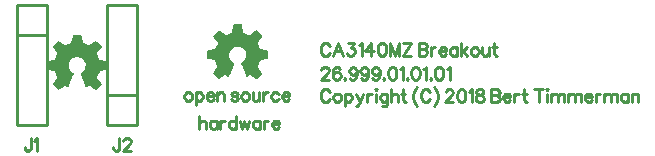
<source format=gto>
G04 start of page 8 for group -4079 idx -4079 *
G04 Title: 26.999.00.01.01.pcb, topsilk *
G04 Creator: pcb 4.1.2 *
G04 CreationDate: Sat Jul 28 20:24:34 2018 UTC *
G04 For: bert *
G04 Format: Gerber/RS-274X *
G04 PCB-Dimensions (mil): 2165.35 590.55 *
G04 PCB-Coordinate-Origin: lower left *
%MOIN*%
%FSLAX25Y25*%
%LNGTO*%
%ADD26C,0.0100*%
%ADD25C,0.0098*%
%ADD24C,0.0001*%
G54D24*G36*
X77225Y47737D02*X79802D01*
X79885Y47705D01*
X79932Y47629D01*
X79981Y47390D01*
X80025Y47168D01*
X80416Y45036D01*
X80463Y44948D01*
X80546Y44890D01*
X80649Y44846D01*
X81439Y44575D01*
X82189Y44217D01*
X82195D01*
X82282Y44179D01*
X82379Y44165D01*
X82477Y44196D01*
X84250Y45415D01*
X84441Y45540D01*
X84642Y45676D01*
X84728Y45701D01*
X84810Y45665D01*
X85141Y45335D01*
X85645Y44835D01*
X85803Y44672D01*
X86302Y44174D01*
X86464Y44017D01*
X86632Y43843D01*
X86671Y43758D01*
X86649Y43669D01*
X86513Y43468D01*
X86384Y43278D01*
X85195Y41542D01*
X85163Y41450D01*
X85178Y41353D01*
X85223Y41254D01*
X85906Y39648D01*
X85943Y39557D01*
X86006Y39479D01*
X86096Y39432D01*
X88135Y39051D01*
X88359Y39008D01*
X88602Y38965D01*
X88677Y38918D01*
X88706Y38835D01*
Y36258D01*
X88677Y36169D01*
X88602Y36122D01*
X88359Y36079D01*
X88135Y36036D01*
X86156Y35667D01*
X86068Y35619D01*
X86014Y35536D01*
X85986Y35476D01*
Y35465D01*
X85271Y33692D01*
X85266Y33680D01*
X85249Y33637D01*
X85232Y33536D01*
X85260Y33442D01*
X86389Y31810D01*
X86513Y31619D01*
X86654Y31418D01*
X86673Y31332D01*
X86632Y31250D01*
X86464Y31071D01*
X86302Y30914D01*
X84984Y29596D01*
X84810Y29428D01*
X84728Y29387D01*
X84642Y29405D01*
X84441Y29547D01*
X84250Y29671D01*
X82656Y30768D01*
X82557Y30797D01*
X82460Y30778D01*
X82129Y30594D01*
X81935Y30485D01*
X81588Y30307D01*
X81503Y30301D01*
X81441Y30361D01*
X81295Y30718D01*
X81207Y30925D01*
X79824Y34283D01*
X79736Y34489D01*
X79639Y34722D01*
X79635Y34817D01*
X79688Y34890D01*
X79911Y35021D01*
X80052Y35129D01*
X80588Y35575D01*
X81003Y36139D01*
X81270Y36798D01*
X81364Y37528D01*
X81306Y38103D01*
X81141Y38637D01*
X80878Y39122D01*
X80529Y39544D01*
X80109Y39893D01*
X79625Y40157D01*
X79091Y40322D01*
X78517Y40380D01*
X77942Y40322D01*
X77407Y40157D01*
X76924Y39893D01*
X76502Y39544D01*
X76154Y39122D01*
X75892Y38637D01*
X75727Y38103D01*
X75668Y37528D01*
X75761Y36798D01*
X76028Y36139D01*
X76442Y35575D01*
X76981Y35129D01*
X77117Y35021D01*
X77339Y34890D01*
X77393Y34817D01*
X77388Y34722D01*
X77291Y34489D01*
X77203Y34283D01*
X75820Y30925D01*
X75734Y30718D01*
X75586Y30361D01*
X75525Y30301D01*
X75441Y30307D01*
X75099Y30485D01*
X74898Y30594D01*
X74567Y30778D01*
X74468Y30797D01*
X74371Y30768D01*
X72777Y29671D01*
X72592Y29547D01*
X72386Y29405D01*
X72299Y29387D01*
X72217Y29428D01*
X72043Y29596D01*
X71886Y29758D01*
X71388Y30257D01*
X71225Y30415D01*
X70725Y30914D01*
X70563Y31071D01*
X70395Y31250D01*
X70356Y31332D01*
X70378Y31418D01*
X70514Y31619D01*
X70645Y31810D01*
X71767Y33442D01*
X71795Y33536D01*
X71778Y33637D01*
X71756Y33697D01*
X71046Y35471D01*
X71013Y35536D01*
X70959Y35619D01*
X70873Y35667D01*
X68892Y36036D01*
X68670Y36079D01*
X68431Y36122D01*
X68352Y36172D01*
X68323Y36258D01*
Y38835D01*
X68352Y38918D01*
X68431Y38965D01*
X68670Y39014D01*
X68892Y39051D01*
X70932Y39432D01*
X71021Y39479D01*
X71084Y39562D01*
X71121Y39648D01*
X71810Y41254D01*
X71849Y41353D01*
X71866Y41450D01*
X71838Y41542D01*
X70645Y43283D01*
X70514Y43468D01*
X70378Y43669D01*
X70356Y43758D01*
X70395Y43843D01*
X70563Y44017D01*
X70725Y44174D01*
X72217Y45665D01*
X72299Y45701D01*
X72386Y45682D01*
X72592Y45546D01*
X72777Y45415D01*
X74550Y44196D01*
X74648Y44167D01*
X74746Y44185D01*
X74832Y44217D01*
X74843Y44222D01*
X75589Y44576D01*
X76379Y44851D01*
X76482Y44890D01*
X76566Y44948D01*
X76611Y45036D01*
X77009Y47168D01*
X77046Y47390D01*
X77095Y47629D01*
X77142Y47705D01*
X77225Y47737D01*
G37*
G36*
X23725Y44237D02*X26302D01*
X26385Y44205D01*
X26432Y44129D01*
X26481Y43890D01*
X26525Y43668D01*
X26916Y41536D01*
X26963Y41448D01*
X27046Y41390D01*
X27149Y41346D01*
X27939Y41075D01*
X28689Y40717D01*
X28695D01*
X28782Y40679D01*
X28879Y40665D01*
X28977Y40696D01*
X30750Y41915D01*
X30941Y42040D01*
X31142Y42176D01*
X31228Y42201D01*
X31310Y42165D01*
X31641Y41835D01*
X32145Y41335D01*
X32303Y41172D01*
X32802Y40674D01*
X32964Y40517D01*
X33132Y40343D01*
X33171Y40258D01*
X33149Y40169D01*
X33013Y39968D01*
X32884Y39778D01*
X31695Y38042D01*
X31663Y37950D01*
X31678Y37853D01*
X31723Y37754D01*
X32406Y36148D01*
X32443Y36057D01*
X32506Y35979D01*
X32596Y35932D01*
X34635Y35551D01*
X34859Y35508D01*
X35102Y35465D01*
X35177Y35418D01*
X35206Y35335D01*
Y32758D01*
X35177Y32669D01*
X35102Y32622D01*
X34859Y32579D01*
X34635Y32536D01*
X32656Y32167D01*
X32568Y32119D01*
X32514Y32036D01*
X32486Y31976D01*
Y31965D01*
X31771Y30192D01*
X31766Y30180D01*
X31749Y30137D01*
X31732Y30036D01*
X31760Y29942D01*
X32889Y28310D01*
X33013Y28119D01*
X33154Y27918D01*
X33173Y27832D01*
X33132Y27750D01*
X32964Y27571D01*
X32802Y27414D01*
X31484Y26096D01*
X31310Y25928D01*
X31228Y25887D01*
X31142Y25905D01*
X30941Y26047D01*
X30750Y26171D01*
X29156Y27268D01*
X29057Y27297D01*
X28960Y27278D01*
X28629Y27094D01*
X28435Y26985D01*
X28088Y26807D01*
X28003Y26801D01*
X27941Y26861D01*
X27795Y27218D01*
X27707Y27425D01*
X26324Y30783D01*
X26236Y30989D01*
X26139Y31222D01*
X26135Y31317D01*
X26188Y31390D01*
X26411Y31521D01*
X26552Y31629D01*
X27088Y32075D01*
X27503Y32639D01*
X27770Y33298D01*
X27864Y34028D01*
X27806Y34603D01*
X27641Y35137D01*
X27378Y35622D01*
X27029Y36044D01*
X26609Y36393D01*
X26125Y36657D01*
X25591Y36822D01*
X25017Y36880D01*
X24442Y36822D01*
X23907Y36657D01*
X23424Y36393D01*
X23002Y36044D01*
X22654Y35622D01*
X22392Y35137D01*
X22227Y34603D01*
X22168Y34028D01*
X22261Y33298D01*
X22528Y32639D01*
X22942Y32075D01*
X23481Y31629D01*
X23617Y31521D01*
X23839Y31390D01*
X23893Y31317D01*
X23888Y31222D01*
X23791Y30989D01*
X23703Y30783D01*
X22320Y27425D01*
X22234Y27218D01*
X22086Y26861D01*
X22025Y26801D01*
X21941Y26807D01*
X21599Y26985D01*
X21398Y27094D01*
X21067Y27278D01*
X20968Y27297D01*
X20871Y27268D01*
X19277Y26171D01*
X19092Y26047D01*
X18886Y25905D01*
X18799Y25887D01*
X18717Y25928D01*
X18543Y26096D01*
X18386Y26258D01*
X17888Y26757D01*
X17725Y26915D01*
X17225Y27414D01*
X17063Y27571D01*
X16895Y27750D01*
X16856Y27832D01*
X16878Y27918D01*
X17014Y28119D01*
X17145Y28310D01*
X18267Y29942D01*
X18295Y30036D01*
X18278Y30137D01*
X18256Y30197D01*
X17546Y31971D01*
X17513Y32036D01*
X17459Y32119D01*
X17373Y32167D01*
X15392Y32536D01*
X15170Y32579D01*
X14931Y32622D01*
X14852Y32672D01*
X14823Y32758D01*
Y35335D01*
X14852Y35418D01*
X14931Y35465D01*
X15170Y35514D01*
X15392Y35551D01*
X17432Y35932D01*
X17521Y35979D01*
X17584Y36062D01*
X17621Y36148D01*
X18310Y37754D01*
X18349Y37853D01*
X18366Y37950D01*
X18338Y38042D01*
X17145Y39783D01*
X17014Y39968D01*
X16878Y40169D01*
X16856Y40258D01*
X16895Y40343D01*
X17063Y40517D01*
X17225Y40674D01*
X18717Y42165D01*
X18799Y42201D01*
X18886Y42182D01*
X19092Y42046D01*
X19277Y41915D01*
X21050Y40696D01*
X21148Y40667D01*
X21246Y40685D01*
X21332Y40717D01*
X21343Y40722D01*
X22089Y41076D01*
X22879Y41351D01*
X22982Y41390D01*
X23066Y41448D01*
X23111Y41536D01*
X23509Y43668D01*
X23546Y43890D01*
X23595Y44129D01*
X23642Y44205D01*
X23725Y44237D01*
G37*
G54D25*X61748Y25123D02*X61348Y24923D01*
X60948Y24523D01*
X60748Y23923D01*
Y23523D01*
X60948Y22923D01*
X61348Y22523D01*
X61748Y22323D01*
X62348D01*
X62748Y22523D01*
X63148Y22923D01*
X63348Y23523D01*
Y23923D02*Y23523D01*
Y23923D02*X63148Y24523D01*
X62748Y24923D01*
X62348Y25123D01*
X61748D02*X62348D01*
X64548D02*Y20923D01*
Y24523D02*X64948Y24923D01*
X65348Y25123D01*
X65948D01*
X66348Y24923D01*
X66748Y24523D01*
X66948Y23923D01*
Y23523D01*
X66748Y22923D01*
X66348Y22523D01*
X65948Y22323D01*
X65348D02*X65948D01*
X65348D02*X64948Y22523D01*
X64548Y22923D01*
X68148Y23923D02*X70548D01*
Y24323D02*Y23923D01*
Y24323D02*X70348Y24723D01*
X70148Y24923D01*
X69748Y25123D01*
X69148D02*X69748D01*
X69148D02*X68748Y24923D01*
X68348Y24523D01*
X68148Y23923D01*
Y23523D01*
X68348Y22923D01*
X68748Y22523D01*
X69148Y22323D01*
X69748D01*
X70148Y22523D01*
X70548Y22923D01*
X71748Y25123D02*Y22323D01*
Y24323D02*X72348Y24923D01*
X72748Y25123D01*
X73348D01*
X73748Y24923D01*
X73948Y24323D01*
Y22323D01*
X78548Y24523D02*X78348Y24923D01*
X77748Y25123D01*
X77148D02*X77748D01*
X77148D02*X76548Y24923D01*
X76348Y24523D01*
X76548Y24123D01*
X76948Y23923D01*
X77948Y23723D01*
X78348Y23523D01*
X78548Y23123D01*
Y22923D01*
X78348Y22523D01*
X77748Y22323D01*
X77148D02*X77748D01*
X77148D02*X76548Y22523D01*
X76348Y22923D01*
X80748Y25123D02*X80348Y24923D01*
X79948Y24523D01*
X79748Y23923D01*
Y23523D01*
X79948Y22923D01*
X80348Y22523D01*
X80748Y22323D01*
X81348D01*
X81748Y22523D01*
X82148Y22923D01*
X82348Y23523D01*
Y23923D02*Y23523D01*
Y23923D02*X82148Y24523D01*
X81748Y24923D01*
X81348Y25123D01*
X80748D02*X81348D01*
X83548D02*Y23123D01*
X83748Y22523D01*
X84148Y22323D01*
X84748D01*
X85148Y22523D01*
X85748Y23123D01*
Y25123D02*Y22323D01*
X86948Y25123D02*Y22323D01*
Y23923D02*X87148Y24523D01*
X87548Y24923D01*
X87948Y25123D01*
X88548D01*
X92148Y24523D02*X91748Y24923D01*
X91348Y25123D01*
X90748D02*X91348D01*
X90748D02*X90348Y24923D01*
X89948Y24523D01*
X89748Y23923D01*
Y23523D01*
X89948Y22923D01*
X90348Y22523D01*
X90748Y22323D01*
X91348D01*
X91748Y22523D01*
X92148Y22923D01*
X93348Y23923D02*X95748D01*
Y24323D02*Y23923D01*
Y24323D02*X95548Y24723D01*
X95348Y24923D01*
X94948Y25123D01*
X94348D02*X94948D01*
X94348D02*X93948Y24923D01*
X93548Y24523D01*
X93348Y23923D01*
Y23523D01*
X93548Y22923D01*
X93948Y22523D01*
X94348Y22323D01*
X94948D01*
X95348Y22523D01*
X95748Y22923D01*
X65748Y17023D02*Y12823D01*
Y14823D02*X66348Y15423D01*
X66748Y15623D01*
X67348D01*
X67748Y15423D01*
X67948Y14823D01*
Y12823D01*
X71548Y15623D02*Y12823D01*
Y15023D02*X71148Y15423D01*
X70748Y15623D01*
X70148D02*X70748D01*
X70148D02*X69748Y15423D01*
X69348Y15023D01*
X69148Y14423D01*
Y14023D01*
X69348Y13423D01*
X69748Y13023D01*
X70148Y12823D01*
X70748D01*
X71148Y13023D01*
X71548Y13423D01*
X72748Y15623D02*Y12823D01*
Y14423D02*X72948Y15023D01*
X73348Y15423D01*
X73748Y15623D01*
X74348D01*
X77948Y17023D02*Y12823D01*
Y15023D02*X77548Y15423D01*
X77148Y15623D01*
X76548D02*X77148D01*
X76548D02*X76148Y15423D01*
X75748Y15023D01*
X75548Y14423D01*
Y14023D01*
X75748Y13423D01*
X76148Y13023D01*
X76548Y12823D01*
X77148D01*
X77548Y13023D01*
X77948Y13423D01*
X79148Y15623D02*X79948Y12823D01*
X80748Y15623D02*X79948Y12823D01*
X80748Y15623D02*X81548Y12823D01*
X82348Y15623D02*X81548Y12823D01*
X85948Y15623D02*Y12823D01*
Y15023D02*X85548Y15423D01*
X85148Y15623D01*
X84548D02*X85148D01*
X84548D02*X84148Y15423D01*
X83748Y15023D01*
X83548Y14423D01*
Y14023D01*
X83748Y13423D01*
X84148Y13023D01*
X84548Y12823D01*
X85148D01*
X85548Y13023D01*
X85948Y13423D01*
X87148Y15623D02*Y12823D01*
Y14423D02*X87348Y15023D01*
X87748Y15423D01*
X88148Y15623D01*
X88748D01*
X89948Y14423D02*X92348D01*
Y14823D02*Y14423D01*
Y14823D02*X92148Y15223D01*
X91948Y15423D01*
X91548Y15623D01*
X90948D02*X91548D01*
X90948D02*X90548Y15423D01*
X90148Y15023D01*
X89948Y14423D01*
Y14023D01*
X90148Y13423D01*
X90548Y13023D01*
X90948Y12823D01*
X91548D01*
X91948Y13023D01*
X92348Y13423D01*
X109248Y40523D02*X109048Y40923D01*
X108648Y41323D01*
X108248Y41523D01*
X107448D02*X108248D01*
X107448D02*X107048Y41323D01*
X106648Y40923D01*
X106448Y40523D01*
X106248Y39923D01*
Y38923D01*
X106448Y38323D01*
X106648Y37923D01*
X107048Y37523D01*
X107448Y37323D01*
X108248D01*
X108648Y37523D01*
X109048Y37923D01*
X109248Y38323D01*
X112048Y41523D02*X110448Y37323D01*
X112048Y41523D02*X113648Y37323D01*
X111048Y38723D02*X113048D01*
X115248Y41523D02*X117448D01*
X116248Y39923D01*
X116848D01*
X117248Y39723D01*
X117448Y39523D01*
X117648Y38923D01*
Y38523D01*
X117448Y37923D01*
X117048Y37523D01*
X116448Y37323D01*
X115848D02*X116448D01*
X115848D02*X115248Y37523D01*
X115048Y37723D01*
X114848Y38123D01*
X118848Y40723D02*X119248Y40923D01*
X119848Y41523D01*
Y37323D01*
X123048Y41523D02*X121048Y38723D01*
X124048D01*
X123048Y41523D02*Y37323D01*
X126448Y41523D02*X125848Y41323D01*
X125448Y40723D01*
X125248Y39723D01*
Y39123D01*
X125448Y38123D01*
X125848Y37523D01*
X126448Y37323D01*
X126848D01*
X127448Y37523D01*
X127848Y38123D01*
X128048Y39123D01*
Y39723D02*Y39123D01*
Y39723D02*X127848Y40723D01*
X127448Y41323D01*
X126848Y41523D01*
X126448D02*X126848D01*
X129248D02*Y37323D01*
Y41523D02*X130848Y37323D01*
X132448Y41523D02*X130848Y37323D01*
X132448Y41523D02*Y37323D01*
X136448Y41523D02*X133648Y37323D01*
Y41523D02*X136448D01*
X133648Y37323D02*X136448D01*
X138848Y41523D02*Y37323D01*
Y41523D02*X140648D01*
X141248Y41323D01*
X141448Y41123D01*
X141648Y40723D01*
Y40323D01*
X141448Y39923D01*
X141248Y39723D01*
X140648Y39523D01*
X138848D02*X140648D01*
X141248Y39323D01*
X141448Y39123D01*
X141648Y38723D01*
Y38123D01*
X141448Y37723D01*
X141248Y37523D01*
X140648Y37323D01*
X138848D02*X140648D01*
X142848Y40123D02*Y37323D01*
Y38923D02*X143048Y39523D01*
X143448Y39923D01*
X143848Y40123D01*
X144448D01*
X145648Y38923D02*X148048D01*
Y39323D02*Y38923D01*
Y39323D02*X147848Y39723D01*
X147648Y39923D01*
X147248Y40123D01*
X146648D02*X147248D01*
X146648D02*X146248Y39923D01*
X145848Y39523D01*
X145648Y38923D01*
Y38523D01*
X145848Y37923D01*
X146248Y37523D01*
X146648Y37323D01*
X147248D01*
X147648Y37523D01*
X148048Y37923D01*
X151648Y40123D02*Y37323D01*
Y39523D02*X151248Y39923D01*
X150848Y40123D01*
X150248D02*X150848D01*
X150248D02*X149848Y39923D01*
X149448Y39523D01*
X149248Y38923D01*
Y38523D01*
X149448Y37923D01*
X149848Y37523D01*
X150248Y37323D01*
X150848D01*
X151248Y37523D01*
X151648Y37923D01*
X152848Y41523D02*Y37323D01*
X154848Y40123D02*X152848Y38123D01*
X153648Y38923D02*X155048Y37323D01*
X157248Y40123D02*X156848Y39923D01*
X156448Y39523D01*
X156248Y38923D01*
Y38523D01*
X156448Y37923D01*
X156848Y37523D01*
X157248Y37323D01*
X157848D01*
X158248Y37523D01*
X158648Y37923D01*
X158848Y38523D01*
Y38923D02*Y38523D01*
Y38923D02*X158648Y39523D01*
X158248Y39923D01*
X157848Y40123D01*
X157248D02*X157848D01*
X160048D02*Y38123D01*
X160248Y37523D01*
X160648Y37323D01*
X161248D01*
X161648Y37523D01*
X162248Y38123D01*
Y40123D02*Y37323D01*
X164048Y41523D02*Y38123D01*
X164248Y37523D01*
X164648Y37323D01*
X165048D01*
X163448Y40123D02*X164848D01*
X109248Y25023D02*X109048Y25423D01*
X108648Y25823D01*
X108248Y26023D01*
X107448D02*X108248D01*
X107448D02*X107048Y25823D01*
X106648Y25423D01*
X106448Y25023D01*
X106248Y24423D01*
Y23423D01*
X106448Y22823D01*
X106648Y22423D01*
X107048Y22023D01*
X107448Y21823D01*
X108248D01*
X108648Y22023D01*
X109048Y22423D01*
X109248Y22823D01*
X111448Y24623D02*X111048Y24423D01*
X110648Y24023D01*
X110448Y23423D01*
Y23023D01*
X110648Y22423D01*
X111048Y22023D01*
X111448Y21823D01*
X112048D01*
X112448Y22023D01*
X112848Y22423D01*
X113048Y23023D01*
Y23423D02*Y23023D01*
Y23423D02*X112848Y24023D01*
X112448Y24423D01*
X112048Y24623D01*
X111448D02*X112048D01*
X114248D02*Y20423D01*
Y24023D02*X114648Y24423D01*
X115048Y24623D01*
X115648D01*
X116048Y24423D01*
X116448Y24023D01*
X116648Y23423D01*
Y23023D01*
X116448Y22423D01*
X116048Y22023D01*
X115648Y21823D01*
X115048D02*X115648D01*
X115048D02*X114648Y22023D01*
X114248Y22423D01*
X118048Y24623D02*X119248Y21823D01*
X120448Y24623D02*X119248Y21823D01*
X118848Y21023D01*
X118448Y20623D01*
X118048Y20423D01*
X117848D02*X118048D01*
X121648Y24623D02*Y21823D01*
Y23423D02*X121848Y24023D01*
X122248Y24423D01*
X122648Y24623D01*
X123248D01*
X124448Y26023D02*X124648Y25823D01*
X124848Y26023D01*
X124648Y26223D01*
X124448Y26023D01*
X124648Y24623D02*Y21823D01*
X128448Y24623D02*Y21423D01*
X128248Y20823D01*
X128048Y20623D01*
X127648Y20423D01*
X127048D02*X127648D01*
X127048D02*X126648Y20623D01*
X128448Y24023D02*X128048Y24423D01*
X127648Y24623D01*
X127048D02*X127648D01*
X127048D02*X126648Y24423D01*
X126248Y24023D01*
X126048Y23423D01*
Y23023D01*
X126248Y22423D01*
X126648Y22023D01*
X127048Y21823D01*
X127648D01*
X128048Y22023D01*
X128448Y22423D01*
X129648Y26023D02*Y21823D01*
Y23823D02*X130248Y24423D01*
X130648Y24623D01*
X131248D01*
X131648Y24423D01*
X131848Y23823D01*
Y21823D01*
X133648Y26023D02*Y22623D01*
X133848Y22023D01*
X134248Y21823D01*
X134648D01*
X133048Y24623D02*X134448D01*
X138448Y26823D02*X138048Y26423D01*
X137648Y25823D01*
X137248Y25023D01*
X137048Y24023D01*
Y23223D01*
X137248Y22223D01*
X137648Y21423D01*
X138048Y20823D01*
X138448Y20423D01*
X142648Y25023D02*X142448Y25423D01*
X142048Y25823D01*
X141648Y26023D01*
X140848D02*X141648D01*
X140848D02*X140448Y25823D01*
X140048Y25423D01*
X139848Y25023D01*
X139648Y24423D01*
Y23423D01*
X139848Y22823D01*
X140048Y22423D01*
X140448Y22023D01*
X140848Y21823D01*
X141648D01*
X142048Y22023D01*
X142448Y22423D01*
X142648Y22823D01*
X143848Y26823D02*X144248Y26423D01*
X144648Y25823D01*
X145048Y25023D01*
X145248Y24023D01*
Y23223D01*
X145048Y22223D01*
X144648Y21423D01*
X144248Y20823D01*
X143848Y20423D01*
X147848Y25223D02*Y25023D01*
Y25223D02*X148048Y25623D01*
X148248Y25823D01*
X148648Y26023D01*
X149448D01*
X149848Y25823D01*
X150048Y25623D01*
X150248Y25223D01*
Y24823D01*
X150048Y24423D01*
X149648Y23823D01*
X147648Y21823D01*
X150448D01*
X152848Y26023D02*X152248Y25823D01*
X151848Y25223D01*
X151648Y24223D01*
Y23623D01*
X151848Y22623D01*
X152248Y22023D01*
X152848Y21823D01*
X153248D01*
X153848Y22023D01*
X154248Y22623D01*
X154448Y23623D01*
Y24223D02*Y23623D01*
Y24223D02*X154248Y25223D01*
X153848Y25823D01*
X153248Y26023D01*
X152848D02*X153248D01*
X155648Y25223D02*X156048Y25423D01*
X156648Y26023D01*
Y21823D01*
X158848Y26023D02*X158248Y25823D01*
X158048Y25423D01*
Y25023D01*
X158248Y24623D01*
X158648Y24423D01*
X159448Y24223D01*
X160048Y24023D01*
X160448Y23623D01*
X160648Y23223D01*
Y22623D01*
X160448Y22223D01*
X160248Y22023D01*
X159648Y21823D01*
X158848D02*X159648D01*
X158848D02*X158248Y22023D01*
X158048Y22223D01*
X157848Y22623D01*
Y23223D02*Y22623D01*
Y23223D02*X158048Y23623D01*
X158448Y24023D01*
X159048Y24223D01*
X159848Y24423D01*
X160248Y24623D01*
X160448Y25023D01*
Y25423D02*Y25023D01*
Y25423D02*X160248Y25823D01*
X159648Y26023D01*
X158848D02*X159648D01*
X163048D02*Y21823D01*
Y26023D02*X164848D01*
X165448Y25823D01*
X165648Y25623D01*
X165848Y25223D01*
Y24823D01*
X165648Y24423D01*
X165448Y24223D01*
X164848Y24023D01*
X163048D02*X164848D01*
X165448Y23823D01*
X165648Y23623D01*
X165848Y23223D01*
Y22623D01*
X165648Y22223D01*
X165448Y22023D01*
X164848Y21823D01*
X163048D02*X164848D01*
X167048Y23423D02*X169448D01*
Y23823D02*Y23423D01*
Y23823D02*X169248Y24223D01*
X169048Y24423D01*
X168648Y24623D01*
X168048D02*X168648D01*
X168048D02*X167648Y24423D01*
X167248Y24023D01*
X167048Y23423D01*
Y23023D01*
X167248Y22423D01*
X167648Y22023D01*
X168048Y21823D01*
X168648D01*
X169048Y22023D01*
X169448Y22423D01*
X170648Y24623D02*Y21823D01*
Y23423D02*X170848Y24023D01*
X171248Y24423D01*
X171648Y24623D01*
X172248D01*
X174048Y26023D02*Y22623D01*
X174248Y22023D01*
X174648Y21823D01*
X175048D01*
X173448Y24623D02*X174848D01*
X178848Y26023D02*Y21823D01*
X177448Y26023D02*X180248D01*
X181448D02*X181648Y25823D01*
X181848Y26023D01*
X181648Y26223D01*
X181448Y26023D01*
X181648Y24623D02*Y21823D01*
X183048Y24623D02*Y21823D01*
Y23823D02*X183648Y24423D01*
X184048Y24623D01*
X184648D01*
X185048Y24423D01*
X185248Y23823D01*
Y21823D01*
Y23823D02*X185848Y24423D01*
X186248Y24623D01*
X186848D01*
X187248Y24423D01*
X187448Y23823D01*
Y21823D01*
X188648Y24623D02*Y21823D01*
Y23823D02*X189248Y24423D01*
X189648Y24623D01*
X190248D01*
X190648Y24423D01*
X190848Y23823D01*
Y21823D01*
Y23823D02*X191448Y24423D01*
X191848Y24623D01*
X192448D01*
X192848Y24423D01*
X193048Y23823D01*
Y21823D01*
X194248Y23423D02*X196648D01*
Y23823D02*Y23423D01*
Y23823D02*X196448Y24223D01*
X196248Y24423D01*
X195848Y24623D01*
X195248D02*X195848D01*
X195248D02*X194848Y24423D01*
X194448Y24023D01*
X194248Y23423D01*
Y23023D01*
X194448Y22423D01*
X194848Y22023D01*
X195248Y21823D01*
X195848D01*
X196248Y22023D01*
X196648Y22423D01*
X197848Y24623D02*Y21823D01*
Y23423D02*X198048Y24023D01*
X198448Y24423D01*
X198848Y24623D01*
X199448D01*
X200648D02*Y21823D01*
Y23823D02*X201248Y24423D01*
X201648Y24623D01*
X202248D01*
X202648Y24423D01*
X202848Y23823D01*
Y21823D01*
Y23823D02*X203448Y24423D01*
X203848Y24623D01*
X204448D01*
X204848Y24423D01*
X205048Y23823D01*
Y21823D01*
X208648Y24623D02*Y21823D01*
Y24023D02*X208248Y24423D01*
X207848Y24623D01*
X207248D02*X207848D01*
X207248D02*X206848Y24423D01*
X206448Y24023D01*
X206248Y23423D01*
Y23023D01*
X206448Y22423D01*
X206848Y22023D01*
X207248Y21823D01*
X207848D01*
X208248Y22023D01*
X208648Y22423D01*
X209848Y24623D02*Y21823D01*
Y23823D02*X210448Y24423D01*
X210848Y24623D01*
X211448D01*
X211848Y24423D01*
X212048Y23823D01*
Y21823D01*
X106448Y32723D02*Y32523D01*
Y32723D02*X106648Y33123D01*
X106848Y33323D01*
X107248Y33523D01*
X108048D01*
X108448Y33323D01*
X108648Y33123D01*
X108848Y32723D01*
Y32323D01*
X108648Y31923D01*
X108248Y31323D01*
X106248Y29323D01*
X109048D01*
X112648Y32923D02*X112448Y33323D01*
X111848Y33523D01*
X111448D02*X111848D01*
X111448D02*X110848Y33323D01*
X110448Y32723D01*
X110248Y31723D01*
Y30723D01*
X110448Y29923D01*
X110848Y29523D01*
X111448Y29323D01*
X111648D01*
X112248Y29523D01*
X112648Y29923D01*
X112848Y30523D01*
Y30723D02*Y30523D01*
Y30723D02*X112648Y31323D01*
X112248Y31723D01*
X111648Y31923D01*
X111448D02*X111648D01*
X111448D02*X110848Y31723D01*
X110448Y31323D01*
X110248Y30723D01*
X114248Y29723D02*X114048Y29523D01*
X114248Y29323D01*
X114448Y29523D01*
X114248Y29723D01*
X118248Y32123D02*X118048Y31523D01*
X117648Y31123D01*
X117048Y30923D01*
X116848D02*X117048D01*
X116848D02*X116248Y31123D01*
X115848Y31523D01*
X115648Y32123D01*
Y32323D02*Y32123D01*
Y32323D02*X115848Y32923D01*
X116248Y33323D01*
X116848Y33523D01*
X117048D01*
X117648Y33323D01*
X118048Y32923D01*
X118248Y32123D01*
Y31123D01*
X118048Y30123D01*
X117648Y29523D01*
X117048Y29323D01*
X116648D02*X117048D01*
X116648D02*X116048Y29523D01*
X115848Y29923D01*
X122048Y32123D02*X121848Y31523D01*
X121448Y31123D01*
X120848Y30923D01*
X120648D02*X120848D01*
X120648D02*X120048Y31123D01*
X119648Y31523D01*
X119448Y32123D01*
Y32323D02*Y32123D01*
Y32323D02*X119648Y32923D01*
X120048Y33323D01*
X120648Y33523D01*
X120848D01*
X121448Y33323D01*
X121848Y32923D01*
X122048Y32123D01*
Y31123D01*
X121848Y30123D01*
X121448Y29523D01*
X120848Y29323D01*
X120448D02*X120848D01*
X120448D02*X119848Y29523D01*
X119648Y29923D01*
X125848Y32123D02*X125648Y31523D01*
X125248Y31123D01*
X124648Y30923D01*
X124448D02*X124648D01*
X124448D02*X123848Y31123D01*
X123448Y31523D01*
X123248Y32123D01*
Y32323D02*Y32123D01*
Y32323D02*X123448Y32923D01*
X123848Y33323D01*
X124448Y33523D01*
X124648D01*
X125248Y33323D01*
X125648Y32923D01*
X125848Y32123D01*
Y31123D01*
X125648Y30123D01*
X125248Y29523D01*
X124648Y29323D01*
X124248D02*X124648D01*
X124248D02*X123648Y29523D01*
X123448Y29923D01*
X127248Y29723D02*X127048Y29523D01*
X127248Y29323D01*
X127448Y29523D01*
X127248Y29723D01*
X129848Y33523D02*X129248Y33323D01*
X128848Y32723D01*
X128648Y31723D01*
Y31123D01*
X128848Y30123D01*
X129248Y29523D01*
X129848Y29323D01*
X130248D01*
X130848Y29523D01*
X131248Y30123D01*
X131448Y31123D01*
Y31723D02*Y31123D01*
Y31723D02*X131248Y32723D01*
X130848Y33323D01*
X130248Y33523D01*
X129848D02*X130248D01*
X132648Y32723D02*X133048Y32923D01*
X133648Y33523D01*
Y29323D01*
X135048Y29723D02*X134848Y29523D01*
X135048Y29323D01*
X135248Y29523D01*
X135048Y29723D01*
X137648Y33523D02*X137048Y33323D01*
X136648Y32723D01*
X136448Y31723D01*
Y31123D01*
X136648Y30123D01*
X137048Y29523D01*
X137648Y29323D01*
X138048D01*
X138648Y29523D01*
X139048Y30123D01*
X139248Y31123D01*
Y31723D02*Y31123D01*
Y31723D02*X139048Y32723D01*
X138648Y33323D01*
X138048Y33523D01*
X137648D02*X138048D01*
X140448Y32723D02*X140848Y32923D01*
X141448Y33523D01*
Y29323D01*
X142848Y29723D02*X142648Y29523D01*
X142848Y29323D01*
X143048Y29523D01*
X142848Y29723D01*
X145448Y33523D02*X144848Y33323D01*
X144448Y32723D01*
X144248Y31723D01*
Y31123D01*
X144448Y30123D01*
X144848Y29523D01*
X145448Y29323D01*
X145848D01*
X146448Y29523D01*
X146848Y30123D01*
X147048Y31123D01*
Y31723D02*Y31123D01*
Y31723D02*X146848Y32723D01*
X146448Y33323D01*
X145848Y33523D01*
X145448D02*X145848D01*
X148248Y32723D02*X148648Y32923D01*
X149248Y33523D01*
Y29323D01*
G54D26*X35000Y14055D02*X45000D01*
X35000Y24055D02*X45000D01*
Y54055D02*Y14055D01*
X35000Y54055D02*Y14055D01*
Y54055D02*X45000D01*
X5000D02*X15000D01*
X5000Y44055D02*X15000D01*
X5000Y54055D02*Y14055D01*
X15000Y54055D02*Y14055D01*
X5000D02*X15000D01*
G54D25*X39000Y9755D02*Y6555D01*
X38800Y5955D01*
X38600Y5755D01*
X38200Y5555D01*
X37800D02*X38200D01*
X37800D02*X37400Y5755D01*
X37200Y5955D01*
X37000Y6555D01*
Y6955D02*Y6555D01*
X40400Y8955D02*Y8755D01*
Y8955D02*X40600Y9355D01*
X40800Y9555D01*
X41200Y9755D01*
X42000D01*
X42400Y9555D01*
X42600Y9355D01*
X42800Y8955D01*
Y8555D01*
X42600Y8155D01*
X42200Y7555D01*
X40200Y5555D01*
X43000D01*
X9500Y9755D02*Y6555D01*
X9300Y5955D01*
X9100Y5755D01*
X8700Y5555D01*
X8300D02*X8700D01*
X8300D02*X7900Y5755D01*
X7700Y5955D01*
X7500Y6555D01*
Y6955D02*Y6555D01*
X10700Y8955D02*X11100Y9155D01*
X11700Y9755D01*
Y5555D01*
M02*

</source>
